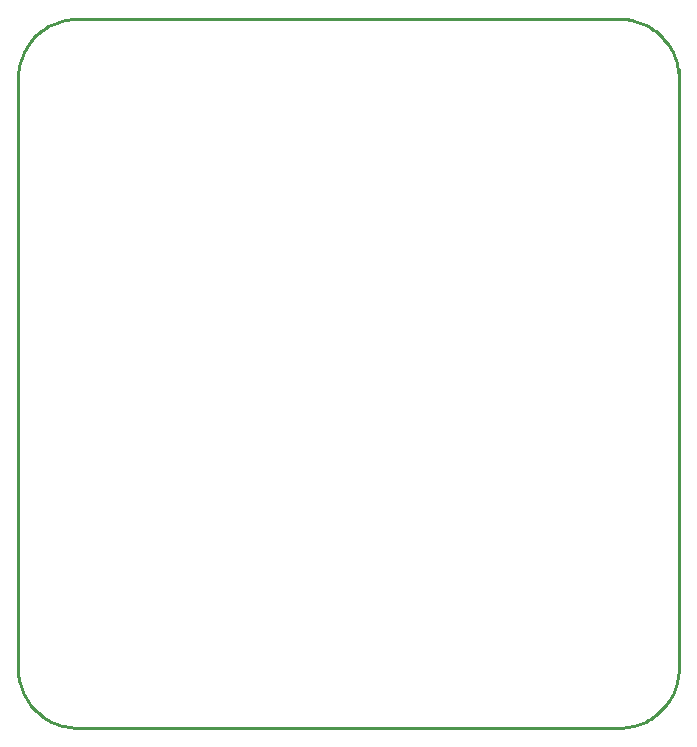
<source format=gm1>
G04*
G04 #@! TF.GenerationSoftware,Altium Limited,Altium Designer,20.1.12 (249)*
G04*
G04 Layer_Color=16711935*
%FSLAX25Y25*%
%MOIN*%
G70*
G04*
G04 #@! TF.SameCoordinates,CD40AE63-01C5-41B5-9579-828B942A7482*
G04*
G04*
G04 #@! TF.FilePolarity,Positive*
G04*
G01*
G75*
%ADD10C,0.01000*%
D10*
X590551Y413386D02*
X590526Y414383D01*
X590450Y415377D01*
X590324Y416367D01*
X590148Y417348D01*
X589923Y418320D01*
X589648Y419279D01*
X589326Y420223D01*
X588956Y421149D01*
X588540Y422055D01*
X588078Y422939D01*
X587572Y423799D01*
X587023Y424631D01*
X586433Y425435D01*
X585802Y426208D01*
X585134Y426948D01*
X584429Y427653D01*
X583688Y428322D01*
X582915Y428952D01*
X582112Y429543D01*
X581279Y430091D01*
X580419Y430597D01*
X579535Y431059D01*
X578629Y431476D01*
X577703Y431846D01*
X576759Y432168D01*
X575800Y432443D01*
X574829Y432668D01*
X573847Y432844D01*
X572858Y432970D01*
X571863Y433046D01*
X570866Y433071D01*
X370350Y216535D02*
X370376Y215538D01*
X370451Y214544D01*
X370577Y213555D01*
X370753Y212573D01*
X370979Y211601D01*
X371253Y210643D01*
X371576Y209699D01*
X371946Y208772D01*
X372362Y207866D01*
X372824Y206982D01*
X373330Y206123D01*
X373879Y205290D01*
X374469Y204486D01*
X375099Y203713D01*
X375768Y202973D01*
X376473Y202268D01*
X377213Y201599D01*
X377986Y200969D01*
X378790Y200379D01*
X379623Y199830D01*
X380482Y199324D01*
X381366Y198862D01*
X382273Y198446D01*
X383199Y198076D01*
X384142Y197753D01*
X385101Y197479D01*
X386073Y197253D01*
X387055Y197077D01*
X388044Y196951D01*
X389038Y196876D01*
X390035Y196850D01*
Y433071D02*
X389038Y433046D01*
X388044Y432970D01*
X387055Y432844D01*
X386073Y432668D01*
X385101Y432443D01*
X384142Y432168D01*
X383199Y431846D01*
X382273Y431476D01*
X381366Y431059D01*
X380482Y430597D01*
X379623Y430091D01*
X378790Y429543D01*
X377986Y428952D01*
X377213Y428322D01*
X376473Y427653D01*
X375768Y426948D01*
X375099Y426208D01*
X374469Y425435D01*
X373879Y424631D01*
X373330Y423799D01*
X372824Y422939D01*
X372362Y422055D01*
X371946Y421149D01*
X371576Y420223D01*
X371253Y419279D01*
X370979Y418320D01*
X370753Y417348D01*
X370577Y416367D01*
X370451Y415377D01*
X370376Y414383D01*
X370350Y413386D01*
X570866Y196850D02*
X571863Y196876D01*
X572858Y196951D01*
X573847Y197077D01*
X574829Y197253D01*
X575800Y197479D01*
X576759Y197753D01*
X577703Y198076D01*
X578629Y198446D01*
X579535Y198862D01*
X580419Y199324D01*
X581279Y199830D01*
X582112Y200379D01*
X582915Y200969D01*
X583688Y201599D01*
X584429Y202268D01*
X585134Y202973D01*
X585802Y203713D01*
X586433Y204486D01*
X587023Y205290D01*
X587572Y206123D01*
X588078Y206982D01*
X588540Y207866D01*
X588956Y208772D01*
X589326Y209699D01*
X589648Y210643D01*
X589923Y211601D01*
X590148Y212573D01*
X590324Y213555D01*
X590450Y214544D01*
X590526Y215538D01*
X590551Y216535D01*
X390000Y433071D02*
X574000Y433071D01*
X370350Y213650D02*
Y415350D01*
X390000Y196850D02*
X572350Y196850D01*
X590500Y416500D02*
X590551Y215051D01*
M02*

</source>
